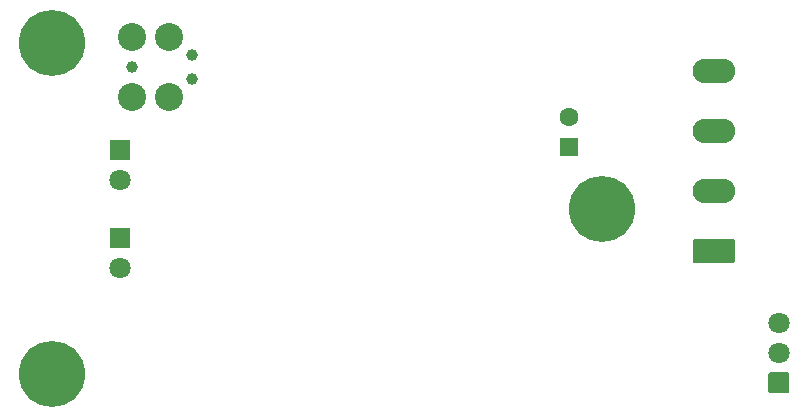
<source format=gbr>
%TF.GenerationSoftware,KiCad,Pcbnew,(5.1.5-0-10_14)*%
%TF.CreationDate,2022-05-02T16:57:52+02:00*%
%TF.ProjectId,PongoIR,506f6e67-6f49-4522-9e6b-696361645f70,rev?*%
%TF.SameCoordinates,Original*%
%TF.FileFunction,Soldermask,Bot*%
%TF.FilePolarity,Negative*%
%FSLAX46Y46*%
G04 Gerber Fmt 4.6, Leading zero omitted, Abs format (unit mm)*
G04 Created by KiCad (PCBNEW (5.1.5-0-10_14)) date 2022-05-02 16:57:52*
%MOMM*%
%LPD*%
G04 APERTURE LIST*
%ADD10C,1.600000*%
%ADD11R,1.600000X1.600000*%
%ADD12C,5.600000*%
%ADD13C,1.800000*%
%ADD14R,1.800000X1.800000*%
%ADD15C,0.100000*%
%ADD16O,3.600000X2.080000*%
%ADD17C,0.990600*%
%ADD18C,2.374900*%
G04 APERTURE END LIST*
D10*
%TO.C,C11*%
X188500000Y-91750000D03*
D11*
X188500000Y-94250000D03*
%TD*%
D12*
%TO.C,H3*%
X191250000Y-99500000D03*
%TD*%
%TO.C,H2*%
X144750000Y-113500000D03*
%TD*%
%TO.C,H1*%
X144750000Y-85500000D03*
%TD*%
D13*
%TO.C,D2*%
X150500000Y-104540000D03*
D14*
X150500000Y-102000000D03*
%TD*%
D13*
%TO.C,D1*%
X150450000Y-97040000D03*
D14*
X150450000Y-94500000D03*
%TD*%
D13*
%TO.C,U1*%
X206250000Y-109170000D03*
X206250000Y-111710000D03*
D15*
G36*
X206925947Y-113351196D02*
G01*
X206950060Y-113354773D01*
X206973707Y-113360696D01*
X206996659Y-113368908D01*
X207018695Y-113379331D01*
X207039604Y-113391863D01*
X207059183Y-113406384D01*
X207077245Y-113422755D01*
X207093616Y-113440817D01*
X207108137Y-113460396D01*
X207120669Y-113481305D01*
X207131092Y-113503341D01*
X207139304Y-113526293D01*
X207145227Y-113549940D01*
X207148804Y-113574053D01*
X207150000Y-113598400D01*
X207150000Y-114901600D01*
X207148804Y-114925947D01*
X207145227Y-114950060D01*
X207139304Y-114973707D01*
X207131092Y-114996659D01*
X207120669Y-115018695D01*
X207108137Y-115039604D01*
X207093616Y-115059183D01*
X207077245Y-115077245D01*
X207059183Y-115093616D01*
X207039604Y-115108137D01*
X207018695Y-115120669D01*
X206996659Y-115131092D01*
X206973707Y-115139304D01*
X206950060Y-115145227D01*
X206925947Y-115148804D01*
X206901600Y-115150000D01*
X205598400Y-115150000D01*
X205574053Y-115148804D01*
X205549940Y-115145227D01*
X205526293Y-115139304D01*
X205503341Y-115131092D01*
X205481305Y-115120669D01*
X205460396Y-115108137D01*
X205440817Y-115093616D01*
X205422755Y-115077245D01*
X205406384Y-115059183D01*
X205391863Y-115039604D01*
X205379331Y-115018695D01*
X205368908Y-114996659D01*
X205360696Y-114973707D01*
X205354773Y-114950060D01*
X205351196Y-114925947D01*
X205350000Y-114901600D01*
X205350000Y-113598400D01*
X205351196Y-113574053D01*
X205354773Y-113549940D01*
X205360696Y-113526293D01*
X205368908Y-113503341D01*
X205379331Y-113481305D01*
X205391863Y-113460396D01*
X205406384Y-113440817D01*
X205422755Y-113422755D01*
X205440817Y-113406384D01*
X205460396Y-113391863D01*
X205481305Y-113379331D01*
X205503341Y-113368908D01*
X205526293Y-113360696D01*
X205549940Y-113354773D01*
X205574053Y-113351196D01*
X205598400Y-113350000D01*
X206901600Y-113350000D01*
X206925947Y-113351196D01*
G37*
%TD*%
D16*
%TO.C,J1*%
X200750000Y-87860000D03*
X200750000Y-92940000D03*
X200750000Y-98020000D03*
D15*
G36*
X202324506Y-102061204D02*
G01*
X202348774Y-102064804D01*
X202372573Y-102070765D01*
X202395672Y-102079030D01*
X202417850Y-102089519D01*
X202438893Y-102102132D01*
X202458599Y-102116747D01*
X202476777Y-102133223D01*
X202493253Y-102151401D01*
X202507868Y-102171107D01*
X202520481Y-102192150D01*
X202530970Y-102214328D01*
X202539235Y-102237427D01*
X202545196Y-102261226D01*
X202548796Y-102285494D01*
X202550000Y-102309998D01*
X202550000Y-103890002D01*
X202548796Y-103914506D01*
X202545196Y-103938774D01*
X202539235Y-103962573D01*
X202530970Y-103985672D01*
X202520481Y-104007850D01*
X202507868Y-104028893D01*
X202493253Y-104048599D01*
X202476777Y-104066777D01*
X202458599Y-104083253D01*
X202438893Y-104097868D01*
X202417850Y-104110481D01*
X202395672Y-104120970D01*
X202372573Y-104129235D01*
X202348774Y-104135196D01*
X202324506Y-104138796D01*
X202300002Y-104140000D01*
X199199998Y-104140000D01*
X199175494Y-104138796D01*
X199151226Y-104135196D01*
X199127427Y-104129235D01*
X199104328Y-104120970D01*
X199082150Y-104110481D01*
X199061107Y-104097868D01*
X199041401Y-104083253D01*
X199023223Y-104066777D01*
X199006747Y-104048599D01*
X198992132Y-104028893D01*
X198979519Y-104007850D01*
X198969030Y-103985672D01*
X198960765Y-103962573D01*
X198954804Y-103938774D01*
X198951204Y-103914506D01*
X198950000Y-103890002D01*
X198950000Y-102309998D01*
X198951204Y-102285494D01*
X198954804Y-102261226D01*
X198960765Y-102237427D01*
X198969030Y-102214328D01*
X198979519Y-102192150D01*
X198992132Y-102171107D01*
X199006747Y-102151401D01*
X199023223Y-102133223D01*
X199041401Y-102116747D01*
X199061107Y-102102132D01*
X199082150Y-102089519D01*
X199104328Y-102079030D01*
X199127427Y-102070765D01*
X199151226Y-102064804D01*
X199175494Y-102061204D01*
X199199998Y-102060000D01*
X202300002Y-102060000D01*
X202324506Y-102061204D01*
G37*
%TD*%
D17*
%TO.C,J2*%
X151460000Y-87500000D03*
X156540000Y-88516000D03*
X156540000Y-86484000D03*
D18*
X154635000Y-90040000D03*
X154635000Y-84960000D03*
X151460000Y-84960000D03*
X151460000Y-90040000D03*
%TD*%
M02*

</source>
